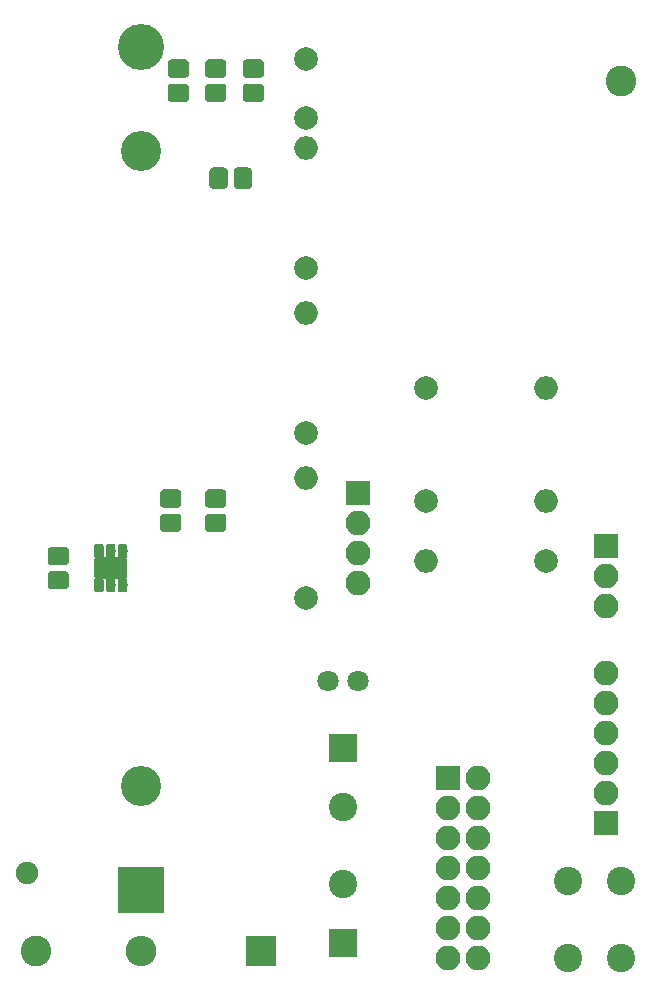
<source format=gbs>
G04 #@! TF.GenerationSoftware,KiCad,Pcbnew,(5.0.0-3-g5ebb6b6)*
G04 #@! TF.CreationDate,2018-08-02T21:25:15+02:00*
G04 #@! TF.ProjectId,esp32-sensornode,65737033322D73656E736F726E6F6465,rev?*
G04 #@! TF.SameCoordinates,Original*
G04 #@! TF.FileFunction,Soldermask,Bot*
G04 #@! TF.FilePolarity,Negative*
%FSLAX46Y46*%
G04 Gerber Fmt 4.6, Leading zero omitted, Abs format (unit mm)*
G04 Created by KiCad (PCBNEW (5.0.0-3-g5ebb6b6)) date Thursday, 02 August 2018 at 21:25:15*
%MOMM*%
%LPD*%
G01*
G04 APERTURE LIST*
%ADD10C,2.600000*%
%ADD11C,3.900000*%
%ADD12R,3.900000X3.900000*%
%ADD13C,3.400000*%
%ADD14C,1.900000*%
%ADD15C,1.800000*%
%ADD16R,2.600000X2.600000*%
%ADD17O,2.600000X2.600000*%
%ADD18R,2.100000X2.100000*%
%ADD19O,2.100000X2.100000*%
%ADD20C,2.000000*%
%ADD21O,2.000000X2.000000*%
%ADD22C,0.100000*%
%ADD23C,0.800000*%
%ADD24C,2.400000*%
%ADD25C,1.550000*%
%ADD26R,2.400000X2.400000*%
G04 APERTURE END LIST*
D10*
G04 #@! TO.C,REF\002A\002A*
X180340000Y-130175000D03*
G04 #@! TD*
G04 #@! TO.C,REF\002A\002A*
X229870000Y-56515000D03*
G04 #@! TD*
D11*
G04 #@! TO.C,BT1*
X189280000Y-53650000D03*
D12*
X189280000Y-125050000D03*
D13*
X189280000Y-116200000D03*
X189280000Y-62500000D03*
D14*
X179580000Y-123600000D03*
G04 #@! TD*
D15*
G04 #@! TO.C,C3*
X205105000Y-107315000D03*
X207605000Y-107315000D03*
G04 #@! TD*
D16*
G04 #@! TO.C,D1*
X199390000Y-130175000D03*
D17*
X189230000Y-130175000D03*
G04 #@! TD*
D18*
G04 #@! TO.C,J2*
X228600000Y-119380000D03*
D19*
X228600000Y-116840000D03*
X228600000Y-114300000D03*
X228600000Y-111760000D03*
X228600000Y-109220000D03*
X228600000Y-106680000D03*
G04 #@! TD*
D18*
G04 #@! TO.C,J3*
X207645000Y-91440000D03*
D19*
X207645000Y-93980000D03*
X207645000Y-96520000D03*
X207645000Y-99060000D03*
G04 #@! TD*
D18*
G04 #@! TO.C,J4*
X228600000Y-95885000D03*
D19*
X228600000Y-98425000D03*
X228600000Y-100965000D03*
G04 #@! TD*
D20*
G04 #@! TO.C,R1*
X203200000Y-72390000D03*
D21*
X203200000Y-62230000D03*
G04 #@! TD*
G04 #@! TO.C,R2*
X223520000Y-82550000D03*
D20*
X213360000Y-82550000D03*
G04 #@! TD*
D21*
G04 #@! TO.C,R3*
X223520000Y-92075000D03*
D20*
X213360000Y-92075000D03*
G04 #@! TD*
G04 #@! TO.C,R6*
X203200000Y-100330000D03*
D21*
X203200000Y-90170000D03*
G04 #@! TD*
D20*
G04 #@! TO.C,R7*
X203200000Y-86360000D03*
D21*
X203200000Y-76200000D03*
G04 #@! TD*
D22*
G04 #@! TO.C,U2*
G36*
X187804372Y-96841525D02*
X187835112Y-96846085D01*
X187865257Y-96853636D01*
X187894516Y-96864105D01*
X187922609Y-96877392D01*
X187949264Y-96893368D01*
X187974224Y-96911880D01*
X187997250Y-96932750D01*
X188018120Y-96955776D01*
X188036632Y-96980736D01*
X188052608Y-97007391D01*
X188065895Y-97035484D01*
X188076364Y-97064743D01*
X188083915Y-97094888D01*
X188088475Y-97125628D01*
X188090000Y-97156667D01*
X188090000Y-98423333D01*
X188088475Y-98454372D01*
X188083915Y-98485112D01*
X188076364Y-98515257D01*
X188065895Y-98544516D01*
X188052608Y-98572609D01*
X188036632Y-98599264D01*
X188018120Y-98624224D01*
X187997250Y-98647250D01*
X187974224Y-98668120D01*
X187949264Y-98686632D01*
X187922609Y-98702608D01*
X187894516Y-98715895D01*
X187865257Y-98726364D01*
X187835112Y-98733915D01*
X187804372Y-98738475D01*
X187773333Y-98740000D01*
X185606667Y-98740000D01*
X185575628Y-98738475D01*
X185544888Y-98733915D01*
X185514743Y-98726364D01*
X185485484Y-98715895D01*
X185457391Y-98702608D01*
X185430736Y-98686632D01*
X185405776Y-98668120D01*
X185382750Y-98647250D01*
X185361880Y-98624224D01*
X185343368Y-98599264D01*
X185327392Y-98572609D01*
X185314105Y-98544516D01*
X185303636Y-98515257D01*
X185296085Y-98485112D01*
X185291525Y-98454372D01*
X185290000Y-98423333D01*
X185290000Y-97156667D01*
X185291525Y-97125628D01*
X185296085Y-97094888D01*
X185303636Y-97064743D01*
X185314105Y-97035484D01*
X185327392Y-97007391D01*
X185343368Y-96980736D01*
X185361880Y-96955776D01*
X185382750Y-96932750D01*
X185405776Y-96911880D01*
X185430736Y-96893368D01*
X185457391Y-96877392D01*
X185485484Y-96864105D01*
X185514743Y-96853636D01*
X185544888Y-96846085D01*
X185575628Y-96841525D01*
X185606667Y-96840000D01*
X187773333Y-96840000D01*
X187804372Y-96841525D01*
X187804372Y-96841525D01*
G37*
D14*
X186690000Y-97790000D03*
D22*
G36*
X187909603Y-98640963D02*
X187929018Y-98643843D01*
X187948057Y-98648612D01*
X187966537Y-98655224D01*
X187984279Y-98663616D01*
X188001114Y-98673706D01*
X188016879Y-98685398D01*
X188031421Y-98698579D01*
X188044602Y-98713121D01*
X188056294Y-98728886D01*
X188066384Y-98745721D01*
X188074776Y-98763463D01*
X188081388Y-98781943D01*
X188086157Y-98800982D01*
X188089037Y-98820397D01*
X188090000Y-98840000D01*
X188090000Y-99640000D01*
X188089037Y-99659603D01*
X188086157Y-99679018D01*
X188081388Y-99698057D01*
X188074776Y-99716537D01*
X188066384Y-99734279D01*
X188056294Y-99751114D01*
X188044602Y-99766879D01*
X188031421Y-99781421D01*
X188016879Y-99794602D01*
X188001114Y-99806294D01*
X187984279Y-99816384D01*
X187966537Y-99824776D01*
X187948057Y-99831388D01*
X187929018Y-99836157D01*
X187909603Y-99839037D01*
X187890000Y-99840000D01*
X187490000Y-99840000D01*
X187470397Y-99839037D01*
X187450982Y-99836157D01*
X187431943Y-99831388D01*
X187413463Y-99824776D01*
X187395721Y-99816384D01*
X187378886Y-99806294D01*
X187363121Y-99794602D01*
X187348579Y-99781421D01*
X187335398Y-99766879D01*
X187323706Y-99751114D01*
X187313616Y-99734279D01*
X187305224Y-99716537D01*
X187298612Y-99698057D01*
X187293843Y-99679018D01*
X187290963Y-99659603D01*
X187290000Y-99640000D01*
X187290000Y-98840000D01*
X187290963Y-98820397D01*
X187293843Y-98800982D01*
X187298612Y-98781943D01*
X187305224Y-98763463D01*
X187313616Y-98745721D01*
X187323706Y-98728886D01*
X187335398Y-98713121D01*
X187348579Y-98698579D01*
X187363121Y-98685398D01*
X187378886Y-98673706D01*
X187395721Y-98663616D01*
X187413463Y-98655224D01*
X187431943Y-98648612D01*
X187450982Y-98643843D01*
X187470397Y-98640963D01*
X187490000Y-98640000D01*
X187890000Y-98640000D01*
X187909603Y-98640963D01*
X187909603Y-98640963D01*
G37*
D23*
X187690000Y-99240000D03*
D22*
G36*
X186909603Y-98640963D02*
X186929018Y-98643843D01*
X186948057Y-98648612D01*
X186966537Y-98655224D01*
X186984279Y-98663616D01*
X187001114Y-98673706D01*
X187016879Y-98685398D01*
X187031421Y-98698579D01*
X187044602Y-98713121D01*
X187056294Y-98728886D01*
X187066384Y-98745721D01*
X187074776Y-98763463D01*
X187081388Y-98781943D01*
X187086157Y-98800982D01*
X187089037Y-98820397D01*
X187090000Y-98840000D01*
X187090000Y-99640000D01*
X187089037Y-99659603D01*
X187086157Y-99679018D01*
X187081388Y-99698057D01*
X187074776Y-99716537D01*
X187066384Y-99734279D01*
X187056294Y-99751114D01*
X187044602Y-99766879D01*
X187031421Y-99781421D01*
X187016879Y-99794602D01*
X187001114Y-99806294D01*
X186984279Y-99816384D01*
X186966537Y-99824776D01*
X186948057Y-99831388D01*
X186929018Y-99836157D01*
X186909603Y-99839037D01*
X186890000Y-99840000D01*
X186490000Y-99840000D01*
X186470397Y-99839037D01*
X186450982Y-99836157D01*
X186431943Y-99831388D01*
X186413463Y-99824776D01*
X186395721Y-99816384D01*
X186378886Y-99806294D01*
X186363121Y-99794602D01*
X186348579Y-99781421D01*
X186335398Y-99766879D01*
X186323706Y-99751114D01*
X186313616Y-99734279D01*
X186305224Y-99716537D01*
X186298612Y-99698057D01*
X186293843Y-99679018D01*
X186290963Y-99659603D01*
X186290000Y-99640000D01*
X186290000Y-98840000D01*
X186290963Y-98820397D01*
X186293843Y-98800982D01*
X186298612Y-98781943D01*
X186305224Y-98763463D01*
X186313616Y-98745721D01*
X186323706Y-98728886D01*
X186335398Y-98713121D01*
X186348579Y-98698579D01*
X186363121Y-98685398D01*
X186378886Y-98673706D01*
X186395721Y-98663616D01*
X186413463Y-98655224D01*
X186431943Y-98648612D01*
X186450982Y-98643843D01*
X186470397Y-98640963D01*
X186490000Y-98640000D01*
X186890000Y-98640000D01*
X186909603Y-98640963D01*
X186909603Y-98640963D01*
G37*
D23*
X186690000Y-99240000D03*
D22*
G36*
X185909603Y-98640963D02*
X185929018Y-98643843D01*
X185948057Y-98648612D01*
X185966537Y-98655224D01*
X185984279Y-98663616D01*
X186001114Y-98673706D01*
X186016879Y-98685398D01*
X186031421Y-98698579D01*
X186044602Y-98713121D01*
X186056294Y-98728886D01*
X186066384Y-98745721D01*
X186074776Y-98763463D01*
X186081388Y-98781943D01*
X186086157Y-98800982D01*
X186089037Y-98820397D01*
X186090000Y-98840000D01*
X186090000Y-99640000D01*
X186089037Y-99659603D01*
X186086157Y-99679018D01*
X186081388Y-99698057D01*
X186074776Y-99716537D01*
X186066384Y-99734279D01*
X186056294Y-99751114D01*
X186044602Y-99766879D01*
X186031421Y-99781421D01*
X186016879Y-99794602D01*
X186001114Y-99806294D01*
X185984279Y-99816384D01*
X185966537Y-99824776D01*
X185948057Y-99831388D01*
X185929018Y-99836157D01*
X185909603Y-99839037D01*
X185890000Y-99840000D01*
X185490000Y-99840000D01*
X185470397Y-99839037D01*
X185450982Y-99836157D01*
X185431943Y-99831388D01*
X185413463Y-99824776D01*
X185395721Y-99816384D01*
X185378886Y-99806294D01*
X185363121Y-99794602D01*
X185348579Y-99781421D01*
X185335398Y-99766879D01*
X185323706Y-99751114D01*
X185313616Y-99734279D01*
X185305224Y-99716537D01*
X185298612Y-99698057D01*
X185293843Y-99679018D01*
X185290963Y-99659603D01*
X185290000Y-99640000D01*
X185290000Y-98840000D01*
X185290963Y-98820397D01*
X185293843Y-98800982D01*
X185298612Y-98781943D01*
X185305224Y-98763463D01*
X185313616Y-98745721D01*
X185323706Y-98728886D01*
X185335398Y-98713121D01*
X185348579Y-98698579D01*
X185363121Y-98685398D01*
X185378886Y-98673706D01*
X185395721Y-98663616D01*
X185413463Y-98655224D01*
X185431943Y-98648612D01*
X185450982Y-98643843D01*
X185470397Y-98640963D01*
X185490000Y-98640000D01*
X185890000Y-98640000D01*
X185909603Y-98640963D01*
X185909603Y-98640963D01*
G37*
D23*
X185690000Y-99240000D03*
D22*
G36*
X185909603Y-95740963D02*
X185929018Y-95743843D01*
X185948057Y-95748612D01*
X185966537Y-95755224D01*
X185984279Y-95763616D01*
X186001114Y-95773706D01*
X186016879Y-95785398D01*
X186031421Y-95798579D01*
X186044602Y-95813121D01*
X186056294Y-95828886D01*
X186066384Y-95845721D01*
X186074776Y-95863463D01*
X186081388Y-95881943D01*
X186086157Y-95900982D01*
X186089037Y-95920397D01*
X186090000Y-95940000D01*
X186090000Y-96740000D01*
X186089037Y-96759603D01*
X186086157Y-96779018D01*
X186081388Y-96798057D01*
X186074776Y-96816537D01*
X186066384Y-96834279D01*
X186056294Y-96851114D01*
X186044602Y-96866879D01*
X186031421Y-96881421D01*
X186016879Y-96894602D01*
X186001114Y-96906294D01*
X185984279Y-96916384D01*
X185966537Y-96924776D01*
X185948057Y-96931388D01*
X185929018Y-96936157D01*
X185909603Y-96939037D01*
X185890000Y-96940000D01*
X185490000Y-96940000D01*
X185470397Y-96939037D01*
X185450982Y-96936157D01*
X185431943Y-96931388D01*
X185413463Y-96924776D01*
X185395721Y-96916384D01*
X185378886Y-96906294D01*
X185363121Y-96894602D01*
X185348579Y-96881421D01*
X185335398Y-96866879D01*
X185323706Y-96851114D01*
X185313616Y-96834279D01*
X185305224Y-96816537D01*
X185298612Y-96798057D01*
X185293843Y-96779018D01*
X185290963Y-96759603D01*
X185290000Y-96740000D01*
X185290000Y-95940000D01*
X185290963Y-95920397D01*
X185293843Y-95900982D01*
X185298612Y-95881943D01*
X185305224Y-95863463D01*
X185313616Y-95845721D01*
X185323706Y-95828886D01*
X185335398Y-95813121D01*
X185348579Y-95798579D01*
X185363121Y-95785398D01*
X185378886Y-95773706D01*
X185395721Y-95763616D01*
X185413463Y-95755224D01*
X185431943Y-95748612D01*
X185450982Y-95743843D01*
X185470397Y-95740963D01*
X185490000Y-95740000D01*
X185890000Y-95740000D01*
X185909603Y-95740963D01*
X185909603Y-95740963D01*
G37*
D23*
X185690000Y-96340000D03*
D22*
G36*
X186909603Y-95740963D02*
X186929018Y-95743843D01*
X186948057Y-95748612D01*
X186966537Y-95755224D01*
X186984279Y-95763616D01*
X187001114Y-95773706D01*
X187016879Y-95785398D01*
X187031421Y-95798579D01*
X187044602Y-95813121D01*
X187056294Y-95828886D01*
X187066384Y-95845721D01*
X187074776Y-95863463D01*
X187081388Y-95881943D01*
X187086157Y-95900982D01*
X187089037Y-95920397D01*
X187090000Y-95940000D01*
X187090000Y-96740000D01*
X187089037Y-96759603D01*
X187086157Y-96779018D01*
X187081388Y-96798057D01*
X187074776Y-96816537D01*
X187066384Y-96834279D01*
X187056294Y-96851114D01*
X187044602Y-96866879D01*
X187031421Y-96881421D01*
X187016879Y-96894602D01*
X187001114Y-96906294D01*
X186984279Y-96916384D01*
X186966537Y-96924776D01*
X186948057Y-96931388D01*
X186929018Y-96936157D01*
X186909603Y-96939037D01*
X186890000Y-96940000D01*
X186490000Y-96940000D01*
X186470397Y-96939037D01*
X186450982Y-96936157D01*
X186431943Y-96931388D01*
X186413463Y-96924776D01*
X186395721Y-96916384D01*
X186378886Y-96906294D01*
X186363121Y-96894602D01*
X186348579Y-96881421D01*
X186335398Y-96866879D01*
X186323706Y-96851114D01*
X186313616Y-96834279D01*
X186305224Y-96816537D01*
X186298612Y-96798057D01*
X186293843Y-96779018D01*
X186290963Y-96759603D01*
X186290000Y-96740000D01*
X186290000Y-95940000D01*
X186290963Y-95920397D01*
X186293843Y-95900982D01*
X186298612Y-95881943D01*
X186305224Y-95863463D01*
X186313616Y-95845721D01*
X186323706Y-95828886D01*
X186335398Y-95813121D01*
X186348579Y-95798579D01*
X186363121Y-95785398D01*
X186378886Y-95773706D01*
X186395721Y-95763616D01*
X186413463Y-95755224D01*
X186431943Y-95748612D01*
X186450982Y-95743843D01*
X186470397Y-95740963D01*
X186490000Y-95740000D01*
X186890000Y-95740000D01*
X186909603Y-95740963D01*
X186909603Y-95740963D01*
G37*
D23*
X186690000Y-96340000D03*
D22*
G36*
X187909603Y-95740963D02*
X187929018Y-95743843D01*
X187948057Y-95748612D01*
X187966537Y-95755224D01*
X187984279Y-95763616D01*
X188001114Y-95773706D01*
X188016879Y-95785398D01*
X188031421Y-95798579D01*
X188044602Y-95813121D01*
X188056294Y-95828886D01*
X188066384Y-95845721D01*
X188074776Y-95863463D01*
X188081388Y-95881943D01*
X188086157Y-95900982D01*
X188089037Y-95920397D01*
X188090000Y-95940000D01*
X188090000Y-96740000D01*
X188089037Y-96759603D01*
X188086157Y-96779018D01*
X188081388Y-96798057D01*
X188074776Y-96816537D01*
X188066384Y-96834279D01*
X188056294Y-96851114D01*
X188044602Y-96866879D01*
X188031421Y-96881421D01*
X188016879Y-96894602D01*
X188001114Y-96906294D01*
X187984279Y-96916384D01*
X187966537Y-96924776D01*
X187948057Y-96931388D01*
X187929018Y-96936157D01*
X187909603Y-96939037D01*
X187890000Y-96940000D01*
X187490000Y-96940000D01*
X187470397Y-96939037D01*
X187450982Y-96936157D01*
X187431943Y-96931388D01*
X187413463Y-96924776D01*
X187395721Y-96916384D01*
X187378886Y-96906294D01*
X187363121Y-96894602D01*
X187348579Y-96881421D01*
X187335398Y-96866879D01*
X187323706Y-96851114D01*
X187313616Y-96834279D01*
X187305224Y-96816537D01*
X187298612Y-96798057D01*
X187293843Y-96779018D01*
X187290963Y-96759603D01*
X187290000Y-96740000D01*
X187290000Y-95940000D01*
X187290963Y-95920397D01*
X187293843Y-95900982D01*
X187298612Y-95881943D01*
X187305224Y-95863463D01*
X187313616Y-95845721D01*
X187323706Y-95828886D01*
X187335398Y-95813121D01*
X187348579Y-95798579D01*
X187363121Y-95785398D01*
X187378886Y-95773706D01*
X187395721Y-95763616D01*
X187413463Y-95755224D01*
X187431943Y-95748612D01*
X187450982Y-95743843D01*
X187470397Y-95740963D01*
X187490000Y-95740000D01*
X187890000Y-95740000D01*
X187909603Y-95740963D01*
X187909603Y-95740963D01*
G37*
D23*
X187690000Y-96340000D03*
G04 #@! TD*
D24*
G04 #@! TO.C,SW1*
X229925000Y-130810000D03*
X225425000Y-130810000D03*
X229925000Y-124310000D03*
X225425000Y-124310000D03*
G04 #@! TD*
D20*
G04 #@! TO.C,R8*
X223520000Y-97155000D03*
D21*
X213360000Y-97155000D03*
G04 #@! TD*
D22*
G04 #@! TO.C,C4*
G36*
X198346071Y-63871623D02*
X198378781Y-63876475D01*
X198410857Y-63884509D01*
X198441991Y-63895649D01*
X198471884Y-63909787D01*
X198500247Y-63926787D01*
X198526807Y-63946485D01*
X198551308Y-63968692D01*
X198573515Y-63993193D01*
X198593213Y-64019753D01*
X198610213Y-64048116D01*
X198624351Y-64078009D01*
X198635491Y-64109143D01*
X198643525Y-64141219D01*
X198648377Y-64173929D01*
X198650000Y-64206956D01*
X198650000Y-65333044D01*
X198648377Y-65366071D01*
X198643525Y-65398781D01*
X198635491Y-65430857D01*
X198624351Y-65461991D01*
X198610213Y-65491884D01*
X198593213Y-65520247D01*
X198573515Y-65546807D01*
X198551308Y-65571308D01*
X198526807Y-65593515D01*
X198500247Y-65613213D01*
X198471884Y-65630213D01*
X198441991Y-65644351D01*
X198410857Y-65655491D01*
X198378781Y-65663525D01*
X198346071Y-65668377D01*
X198313044Y-65670000D01*
X197436956Y-65670000D01*
X197403929Y-65668377D01*
X197371219Y-65663525D01*
X197339143Y-65655491D01*
X197308009Y-65644351D01*
X197278116Y-65630213D01*
X197249753Y-65613213D01*
X197223193Y-65593515D01*
X197198692Y-65571308D01*
X197176485Y-65546807D01*
X197156787Y-65520247D01*
X197139787Y-65491884D01*
X197125649Y-65461991D01*
X197114509Y-65430857D01*
X197106475Y-65398781D01*
X197101623Y-65366071D01*
X197100000Y-65333044D01*
X197100000Y-64206956D01*
X197101623Y-64173929D01*
X197106475Y-64141219D01*
X197114509Y-64109143D01*
X197125649Y-64078009D01*
X197139787Y-64048116D01*
X197156787Y-64019753D01*
X197176485Y-63993193D01*
X197198692Y-63968692D01*
X197223193Y-63946485D01*
X197249753Y-63926787D01*
X197278116Y-63909787D01*
X197308009Y-63895649D01*
X197339143Y-63884509D01*
X197371219Y-63876475D01*
X197403929Y-63871623D01*
X197436956Y-63870000D01*
X198313044Y-63870000D01*
X198346071Y-63871623D01*
X198346071Y-63871623D01*
G37*
D25*
X197875000Y-64770000D03*
D22*
G36*
X196296071Y-63871623D02*
X196328781Y-63876475D01*
X196360857Y-63884509D01*
X196391991Y-63895649D01*
X196421884Y-63909787D01*
X196450247Y-63926787D01*
X196476807Y-63946485D01*
X196501308Y-63968692D01*
X196523515Y-63993193D01*
X196543213Y-64019753D01*
X196560213Y-64048116D01*
X196574351Y-64078009D01*
X196585491Y-64109143D01*
X196593525Y-64141219D01*
X196598377Y-64173929D01*
X196600000Y-64206956D01*
X196600000Y-65333044D01*
X196598377Y-65366071D01*
X196593525Y-65398781D01*
X196585491Y-65430857D01*
X196574351Y-65461991D01*
X196560213Y-65491884D01*
X196543213Y-65520247D01*
X196523515Y-65546807D01*
X196501308Y-65571308D01*
X196476807Y-65593515D01*
X196450247Y-65613213D01*
X196421884Y-65630213D01*
X196391991Y-65644351D01*
X196360857Y-65655491D01*
X196328781Y-65663525D01*
X196296071Y-65668377D01*
X196263044Y-65670000D01*
X195386956Y-65670000D01*
X195353929Y-65668377D01*
X195321219Y-65663525D01*
X195289143Y-65655491D01*
X195258009Y-65644351D01*
X195228116Y-65630213D01*
X195199753Y-65613213D01*
X195173193Y-65593515D01*
X195148692Y-65571308D01*
X195126485Y-65546807D01*
X195106787Y-65520247D01*
X195089787Y-65491884D01*
X195075649Y-65461991D01*
X195064509Y-65430857D01*
X195056475Y-65398781D01*
X195051623Y-65366071D01*
X195050000Y-65333044D01*
X195050000Y-64206956D01*
X195051623Y-64173929D01*
X195056475Y-64141219D01*
X195064509Y-64109143D01*
X195075649Y-64078009D01*
X195089787Y-64048116D01*
X195106787Y-64019753D01*
X195126485Y-63993193D01*
X195148692Y-63968692D01*
X195173193Y-63946485D01*
X195199753Y-63926787D01*
X195228116Y-63909787D01*
X195258009Y-63895649D01*
X195289143Y-63884509D01*
X195321219Y-63876475D01*
X195353929Y-63871623D01*
X195386956Y-63870000D01*
X196263044Y-63870000D01*
X196296071Y-63871623D01*
X196296071Y-63871623D01*
G37*
D25*
X195825000Y-64770000D03*
G04 #@! TD*
D22*
G04 #@! TO.C,C2*
G36*
X182841071Y-95991623D02*
X182873781Y-95996475D01*
X182905857Y-96004509D01*
X182936991Y-96015649D01*
X182966884Y-96029787D01*
X182995247Y-96046787D01*
X183021807Y-96066485D01*
X183046308Y-96088692D01*
X183068515Y-96113193D01*
X183088213Y-96139753D01*
X183105213Y-96168116D01*
X183119351Y-96198009D01*
X183130491Y-96229143D01*
X183138525Y-96261219D01*
X183143377Y-96293929D01*
X183145000Y-96326956D01*
X183145000Y-97203044D01*
X183143377Y-97236071D01*
X183138525Y-97268781D01*
X183130491Y-97300857D01*
X183119351Y-97331991D01*
X183105213Y-97361884D01*
X183088213Y-97390247D01*
X183068515Y-97416807D01*
X183046308Y-97441308D01*
X183021807Y-97463515D01*
X182995247Y-97483213D01*
X182966884Y-97500213D01*
X182936991Y-97514351D01*
X182905857Y-97525491D01*
X182873781Y-97533525D01*
X182841071Y-97538377D01*
X182808044Y-97540000D01*
X181681956Y-97540000D01*
X181648929Y-97538377D01*
X181616219Y-97533525D01*
X181584143Y-97525491D01*
X181553009Y-97514351D01*
X181523116Y-97500213D01*
X181494753Y-97483213D01*
X181468193Y-97463515D01*
X181443692Y-97441308D01*
X181421485Y-97416807D01*
X181401787Y-97390247D01*
X181384787Y-97361884D01*
X181370649Y-97331991D01*
X181359509Y-97300857D01*
X181351475Y-97268781D01*
X181346623Y-97236071D01*
X181345000Y-97203044D01*
X181345000Y-96326956D01*
X181346623Y-96293929D01*
X181351475Y-96261219D01*
X181359509Y-96229143D01*
X181370649Y-96198009D01*
X181384787Y-96168116D01*
X181401787Y-96139753D01*
X181421485Y-96113193D01*
X181443692Y-96088692D01*
X181468193Y-96066485D01*
X181494753Y-96046787D01*
X181523116Y-96029787D01*
X181553009Y-96015649D01*
X181584143Y-96004509D01*
X181616219Y-95996475D01*
X181648929Y-95991623D01*
X181681956Y-95990000D01*
X182808044Y-95990000D01*
X182841071Y-95991623D01*
X182841071Y-95991623D01*
G37*
D25*
X182245000Y-96765000D03*
D22*
G36*
X182841071Y-98041623D02*
X182873781Y-98046475D01*
X182905857Y-98054509D01*
X182936991Y-98065649D01*
X182966884Y-98079787D01*
X182995247Y-98096787D01*
X183021807Y-98116485D01*
X183046308Y-98138692D01*
X183068515Y-98163193D01*
X183088213Y-98189753D01*
X183105213Y-98218116D01*
X183119351Y-98248009D01*
X183130491Y-98279143D01*
X183138525Y-98311219D01*
X183143377Y-98343929D01*
X183145000Y-98376956D01*
X183145000Y-99253044D01*
X183143377Y-99286071D01*
X183138525Y-99318781D01*
X183130491Y-99350857D01*
X183119351Y-99381991D01*
X183105213Y-99411884D01*
X183088213Y-99440247D01*
X183068515Y-99466807D01*
X183046308Y-99491308D01*
X183021807Y-99513515D01*
X182995247Y-99533213D01*
X182966884Y-99550213D01*
X182936991Y-99564351D01*
X182905857Y-99575491D01*
X182873781Y-99583525D01*
X182841071Y-99588377D01*
X182808044Y-99590000D01*
X181681956Y-99590000D01*
X181648929Y-99588377D01*
X181616219Y-99583525D01*
X181584143Y-99575491D01*
X181553009Y-99564351D01*
X181523116Y-99550213D01*
X181494753Y-99533213D01*
X181468193Y-99513515D01*
X181443692Y-99491308D01*
X181421485Y-99466807D01*
X181401787Y-99440247D01*
X181384787Y-99411884D01*
X181370649Y-99381991D01*
X181359509Y-99350857D01*
X181351475Y-99318781D01*
X181346623Y-99286071D01*
X181345000Y-99253044D01*
X181345000Y-98376956D01*
X181346623Y-98343929D01*
X181351475Y-98311219D01*
X181359509Y-98279143D01*
X181370649Y-98248009D01*
X181384787Y-98218116D01*
X181401787Y-98189753D01*
X181421485Y-98163193D01*
X181443692Y-98138692D01*
X181468193Y-98116485D01*
X181494753Y-98096787D01*
X181523116Y-98079787D01*
X181553009Y-98065649D01*
X181584143Y-98054509D01*
X181616219Y-98046475D01*
X181648929Y-98041623D01*
X181681956Y-98040000D01*
X182808044Y-98040000D01*
X182841071Y-98041623D01*
X182841071Y-98041623D01*
G37*
D25*
X182245000Y-98815000D03*
G04 #@! TD*
D18*
G04 #@! TO.C,J1*
X215265000Y-115570000D03*
D19*
X217805000Y-115570000D03*
X215265000Y-118110000D03*
X217805000Y-118110000D03*
X215265000Y-120650000D03*
X217805000Y-120650000D03*
X215265000Y-123190000D03*
X217805000Y-123190000D03*
X215265000Y-125730000D03*
X217805000Y-125730000D03*
X215265000Y-128270000D03*
X217805000Y-128270000D03*
X215265000Y-130810000D03*
X217805000Y-130810000D03*
G04 #@! TD*
D22*
G04 #@! TO.C,R4*
G36*
X192366071Y-93179123D02*
X192398781Y-93183975D01*
X192430857Y-93192009D01*
X192461991Y-93203149D01*
X192491884Y-93217287D01*
X192520247Y-93234287D01*
X192546807Y-93253985D01*
X192571308Y-93276192D01*
X192593515Y-93300693D01*
X192613213Y-93327253D01*
X192630213Y-93355616D01*
X192644351Y-93385509D01*
X192655491Y-93416643D01*
X192663525Y-93448719D01*
X192668377Y-93481429D01*
X192670000Y-93514456D01*
X192670000Y-94390544D01*
X192668377Y-94423571D01*
X192663525Y-94456281D01*
X192655491Y-94488357D01*
X192644351Y-94519491D01*
X192630213Y-94549384D01*
X192613213Y-94577747D01*
X192593515Y-94604307D01*
X192571308Y-94628808D01*
X192546807Y-94651015D01*
X192520247Y-94670713D01*
X192491884Y-94687713D01*
X192461991Y-94701851D01*
X192430857Y-94712991D01*
X192398781Y-94721025D01*
X192366071Y-94725877D01*
X192333044Y-94727500D01*
X191206956Y-94727500D01*
X191173929Y-94725877D01*
X191141219Y-94721025D01*
X191109143Y-94712991D01*
X191078009Y-94701851D01*
X191048116Y-94687713D01*
X191019753Y-94670713D01*
X190993193Y-94651015D01*
X190968692Y-94628808D01*
X190946485Y-94604307D01*
X190926787Y-94577747D01*
X190909787Y-94549384D01*
X190895649Y-94519491D01*
X190884509Y-94488357D01*
X190876475Y-94456281D01*
X190871623Y-94423571D01*
X190870000Y-94390544D01*
X190870000Y-93514456D01*
X190871623Y-93481429D01*
X190876475Y-93448719D01*
X190884509Y-93416643D01*
X190895649Y-93385509D01*
X190909787Y-93355616D01*
X190926787Y-93327253D01*
X190946485Y-93300693D01*
X190968692Y-93276192D01*
X190993193Y-93253985D01*
X191019753Y-93234287D01*
X191048116Y-93217287D01*
X191078009Y-93203149D01*
X191109143Y-93192009D01*
X191141219Y-93183975D01*
X191173929Y-93179123D01*
X191206956Y-93177500D01*
X192333044Y-93177500D01*
X192366071Y-93179123D01*
X192366071Y-93179123D01*
G37*
D25*
X191770000Y-93952500D03*
D22*
G36*
X192366071Y-91129123D02*
X192398781Y-91133975D01*
X192430857Y-91142009D01*
X192461991Y-91153149D01*
X192491884Y-91167287D01*
X192520247Y-91184287D01*
X192546807Y-91203985D01*
X192571308Y-91226192D01*
X192593515Y-91250693D01*
X192613213Y-91277253D01*
X192630213Y-91305616D01*
X192644351Y-91335509D01*
X192655491Y-91366643D01*
X192663525Y-91398719D01*
X192668377Y-91431429D01*
X192670000Y-91464456D01*
X192670000Y-92340544D01*
X192668377Y-92373571D01*
X192663525Y-92406281D01*
X192655491Y-92438357D01*
X192644351Y-92469491D01*
X192630213Y-92499384D01*
X192613213Y-92527747D01*
X192593515Y-92554307D01*
X192571308Y-92578808D01*
X192546807Y-92601015D01*
X192520247Y-92620713D01*
X192491884Y-92637713D01*
X192461991Y-92651851D01*
X192430857Y-92662991D01*
X192398781Y-92671025D01*
X192366071Y-92675877D01*
X192333044Y-92677500D01*
X191206956Y-92677500D01*
X191173929Y-92675877D01*
X191141219Y-92671025D01*
X191109143Y-92662991D01*
X191078009Y-92651851D01*
X191048116Y-92637713D01*
X191019753Y-92620713D01*
X190993193Y-92601015D01*
X190968692Y-92578808D01*
X190946485Y-92554307D01*
X190926787Y-92527747D01*
X190909787Y-92499384D01*
X190895649Y-92469491D01*
X190884509Y-92438357D01*
X190876475Y-92406281D01*
X190871623Y-92373571D01*
X190870000Y-92340544D01*
X190870000Y-91464456D01*
X190871623Y-91431429D01*
X190876475Y-91398719D01*
X190884509Y-91366643D01*
X190895649Y-91335509D01*
X190909787Y-91305616D01*
X190926787Y-91277253D01*
X190946485Y-91250693D01*
X190968692Y-91226192D01*
X190993193Y-91203985D01*
X191019753Y-91184287D01*
X191048116Y-91167287D01*
X191078009Y-91153149D01*
X191109143Y-91142009D01*
X191141219Y-91133975D01*
X191173929Y-91129123D01*
X191206956Y-91127500D01*
X192333044Y-91127500D01*
X192366071Y-91129123D01*
X192366071Y-91129123D01*
G37*
D25*
X191770000Y-91902500D03*
G04 #@! TD*
D22*
G04 #@! TO.C,R5*
G36*
X196176071Y-91129123D02*
X196208781Y-91133975D01*
X196240857Y-91142009D01*
X196271991Y-91153149D01*
X196301884Y-91167287D01*
X196330247Y-91184287D01*
X196356807Y-91203985D01*
X196381308Y-91226192D01*
X196403515Y-91250693D01*
X196423213Y-91277253D01*
X196440213Y-91305616D01*
X196454351Y-91335509D01*
X196465491Y-91366643D01*
X196473525Y-91398719D01*
X196478377Y-91431429D01*
X196480000Y-91464456D01*
X196480000Y-92340544D01*
X196478377Y-92373571D01*
X196473525Y-92406281D01*
X196465491Y-92438357D01*
X196454351Y-92469491D01*
X196440213Y-92499384D01*
X196423213Y-92527747D01*
X196403515Y-92554307D01*
X196381308Y-92578808D01*
X196356807Y-92601015D01*
X196330247Y-92620713D01*
X196301884Y-92637713D01*
X196271991Y-92651851D01*
X196240857Y-92662991D01*
X196208781Y-92671025D01*
X196176071Y-92675877D01*
X196143044Y-92677500D01*
X195016956Y-92677500D01*
X194983929Y-92675877D01*
X194951219Y-92671025D01*
X194919143Y-92662991D01*
X194888009Y-92651851D01*
X194858116Y-92637713D01*
X194829753Y-92620713D01*
X194803193Y-92601015D01*
X194778692Y-92578808D01*
X194756485Y-92554307D01*
X194736787Y-92527747D01*
X194719787Y-92499384D01*
X194705649Y-92469491D01*
X194694509Y-92438357D01*
X194686475Y-92406281D01*
X194681623Y-92373571D01*
X194680000Y-92340544D01*
X194680000Y-91464456D01*
X194681623Y-91431429D01*
X194686475Y-91398719D01*
X194694509Y-91366643D01*
X194705649Y-91335509D01*
X194719787Y-91305616D01*
X194736787Y-91277253D01*
X194756485Y-91250693D01*
X194778692Y-91226192D01*
X194803193Y-91203985D01*
X194829753Y-91184287D01*
X194858116Y-91167287D01*
X194888009Y-91153149D01*
X194919143Y-91142009D01*
X194951219Y-91133975D01*
X194983929Y-91129123D01*
X195016956Y-91127500D01*
X196143044Y-91127500D01*
X196176071Y-91129123D01*
X196176071Y-91129123D01*
G37*
D25*
X195580000Y-91902500D03*
D22*
G36*
X196176071Y-93179123D02*
X196208781Y-93183975D01*
X196240857Y-93192009D01*
X196271991Y-93203149D01*
X196301884Y-93217287D01*
X196330247Y-93234287D01*
X196356807Y-93253985D01*
X196381308Y-93276192D01*
X196403515Y-93300693D01*
X196423213Y-93327253D01*
X196440213Y-93355616D01*
X196454351Y-93385509D01*
X196465491Y-93416643D01*
X196473525Y-93448719D01*
X196478377Y-93481429D01*
X196480000Y-93514456D01*
X196480000Y-94390544D01*
X196478377Y-94423571D01*
X196473525Y-94456281D01*
X196465491Y-94488357D01*
X196454351Y-94519491D01*
X196440213Y-94549384D01*
X196423213Y-94577747D01*
X196403515Y-94604307D01*
X196381308Y-94628808D01*
X196356807Y-94651015D01*
X196330247Y-94670713D01*
X196301884Y-94687713D01*
X196271991Y-94701851D01*
X196240857Y-94712991D01*
X196208781Y-94721025D01*
X196176071Y-94725877D01*
X196143044Y-94727500D01*
X195016956Y-94727500D01*
X194983929Y-94725877D01*
X194951219Y-94721025D01*
X194919143Y-94712991D01*
X194888009Y-94701851D01*
X194858116Y-94687713D01*
X194829753Y-94670713D01*
X194803193Y-94651015D01*
X194778692Y-94628808D01*
X194756485Y-94604307D01*
X194736787Y-94577747D01*
X194719787Y-94549384D01*
X194705649Y-94519491D01*
X194694509Y-94488357D01*
X194686475Y-94456281D01*
X194681623Y-94423571D01*
X194680000Y-94390544D01*
X194680000Y-93514456D01*
X194681623Y-93481429D01*
X194686475Y-93448719D01*
X194694509Y-93416643D01*
X194705649Y-93385509D01*
X194719787Y-93355616D01*
X194736787Y-93327253D01*
X194756485Y-93300693D01*
X194778692Y-93276192D01*
X194803193Y-93253985D01*
X194829753Y-93234287D01*
X194858116Y-93217287D01*
X194888009Y-93203149D01*
X194919143Y-93192009D01*
X194951219Y-93183975D01*
X194983929Y-93179123D01*
X195016956Y-93177500D01*
X196143044Y-93177500D01*
X196176071Y-93179123D01*
X196176071Y-93179123D01*
G37*
D25*
X195580000Y-93952500D03*
G04 #@! TD*
D20*
G04 #@! TO.C,C1*
X203200000Y-59690000D03*
X203200000Y-54690000D03*
G04 #@! TD*
D26*
G04 #@! TO.C,C5*
X206375000Y-113030000D03*
D24*
X206375000Y-118030000D03*
G04 #@! TD*
G04 #@! TO.C,C6*
X206375000Y-124540000D03*
D26*
X206375000Y-129540000D03*
G04 #@! TD*
D22*
G04 #@! TO.C,C7*
G36*
X193001071Y-56766623D02*
X193033781Y-56771475D01*
X193065857Y-56779509D01*
X193096991Y-56790649D01*
X193126884Y-56804787D01*
X193155247Y-56821787D01*
X193181807Y-56841485D01*
X193206308Y-56863692D01*
X193228515Y-56888193D01*
X193248213Y-56914753D01*
X193265213Y-56943116D01*
X193279351Y-56973009D01*
X193290491Y-57004143D01*
X193298525Y-57036219D01*
X193303377Y-57068929D01*
X193305000Y-57101956D01*
X193305000Y-57978044D01*
X193303377Y-58011071D01*
X193298525Y-58043781D01*
X193290491Y-58075857D01*
X193279351Y-58106991D01*
X193265213Y-58136884D01*
X193248213Y-58165247D01*
X193228515Y-58191807D01*
X193206308Y-58216308D01*
X193181807Y-58238515D01*
X193155247Y-58258213D01*
X193126884Y-58275213D01*
X193096991Y-58289351D01*
X193065857Y-58300491D01*
X193033781Y-58308525D01*
X193001071Y-58313377D01*
X192968044Y-58315000D01*
X191841956Y-58315000D01*
X191808929Y-58313377D01*
X191776219Y-58308525D01*
X191744143Y-58300491D01*
X191713009Y-58289351D01*
X191683116Y-58275213D01*
X191654753Y-58258213D01*
X191628193Y-58238515D01*
X191603692Y-58216308D01*
X191581485Y-58191807D01*
X191561787Y-58165247D01*
X191544787Y-58136884D01*
X191530649Y-58106991D01*
X191519509Y-58075857D01*
X191511475Y-58043781D01*
X191506623Y-58011071D01*
X191505000Y-57978044D01*
X191505000Y-57101956D01*
X191506623Y-57068929D01*
X191511475Y-57036219D01*
X191519509Y-57004143D01*
X191530649Y-56973009D01*
X191544787Y-56943116D01*
X191561787Y-56914753D01*
X191581485Y-56888193D01*
X191603692Y-56863692D01*
X191628193Y-56841485D01*
X191654753Y-56821787D01*
X191683116Y-56804787D01*
X191713009Y-56790649D01*
X191744143Y-56779509D01*
X191776219Y-56771475D01*
X191808929Y-56766623D01*
X191841956Y-56765000D01*
X192968044Y-56765000D01*
X193001071Y-56766623D01*
X193001071Y-56766623D01*
G37*
D25*
X192405000Y-57540000D03*
D22*
G36*
X193001071Y-54716623D02*
X193033781Y-54721475D01*
X193065857Y-54729509D01*
X193096991Y-54740649D01*
X193126884Y-54754787D01*
X193155247Y-54771787D01*
X193181807Y-54791485D01*
X193206308Y-54813692D01*
X193228515Y-54838193D01*
X193248213Y-54864753D01*
X193265213Y-54893116D01*
X193279351Y-54923009D01*
X193290491Y-54954143D01*
X193298525Y-54986219D01*
X193303377Y-55018929D01*
X193305000Y-55051956D01*
X193305000Y-55928044D01*
X193303377Y-55961071D01*
X193298525Y-55993781D01*
X193290491Y-56025857D01*
X193279351Y-56056991D01*
X193265213Y-56086884D01*
X193248213Y-56115247D01*
X193228515Y-56141807D01*
X193206308Y-56166308D01*
X193181807Y-56188515D01*
X193155247Y-56208213D01*
X193126884Y-56225213D01*
X193096991Y-56239351D01*
X193065857Y-56250491D01*
X193033781Y-56258525D01*
X193001071Y-56263377D01*
X192968044Y-56265000D01*
X191841956Y-56265000D01*
X191808929Y-56263377D01*
X191776219Y-56258525D01*
X191744143Y-56250491D01*
X191713009Y-56239351D01*
X191683116Y-56225213D01*
X191654753Y-56208213D01*
X191628193Y-56188515D01*
X191603692Y-56166308D01*
X191581485Y-56141807D01*
X191561787Y-56115247D01*
X191544787Y-56086884D01*
X191530649Y-56056991D01*
X191519509Y-56025857D01*
X191511475Y-55993781D01*
X191506623Y-55961071D01*
X191505000Y-55928044D01*
X191505000Y-55051956D01*
X191506623Y-55018929D01*
X191511475Y-54986219D01*
X191519509Y-54954143D01*
X191530649Y-54923009D01*
X191544787Y-54893116D01*
X191561787Y-54864753D01*
X191581485Y-54838193D01*
X191603692Y-54813692D01*
X191628193Y-54791485D01*
X191654753Y-54771787D01*
X191683116Y-54754787D01*
X191713009Y-54740649D01*
X191744143Y-54729509D01*
X191776219Y-54721475D01*
X191808929Y-54716623D01*
X191841956Y-54715000D01*
X192968044Y-54715000D01*
X193001071Y-54716623D01*
X193001071Y-54716623D01*
G37*
D25*
X192405000Y-55490000D03*
G04 #@! TD*
D22*
G04 #@! TO.C,C8*
G36*
X196176071Y-54716623D02*
X196208781Y-54721475D01*
X196240857Y-54729509D01*
X196271991Y-54740649D01*
X196301884Y-54754787D01*
X196330247Y-54771787D01*
X196356807Y-54791485D01*
X196381308Y-54813692D01*
X196403515Y-54838193D01*
X196423213Y-54864753D01*
X196440213Y-54893116D01*
X196454351Y-54923009D01*
X196465491Y-54954143D01*
X196473525Y-54986219D01*
X196478377Y-55018929D01*
X196480000Y-55051956D01*
X196480000Y-55928044D01*
X196478377Y-55961071D01*
X196473525Y-55993781D01*
X196465491Y-56025857D01*
X196454351Y-56056991D01*
X196440213Y-56086884D01*
X196423213Y-56115247D01*
X196403515Y-56141807D01*
X196381308Y-56166308D01*
X196356807Y-56188515D01*
X196330247Y-56208213D01*
X196301884Y-56225213D01*
X196271991Y-56239351D01*
X196240857Y-56250491D01*
X196208781Y-56258525D01*
X196176071Y-56263377D01*
X196143044Y-56265000D01*
X195016956Y-56265000D01*
X194983929Y-56263377D01*
X194951219Y-56258525D01*
X194919143Y-56250491D01*
X194888009Y-56239351D01*
X194858116Y-56225213D01*
X194829753Y-56208213D01*
X194803193Y-56188515D01*
X194778692Y-56166308D01*
X194756485Y-56141807D01*
X194736787Y-56115247D01*
X194719787Y-56086884D01*
X194705649Y-56056991D01*
X194694509Y-56025857D01*
X194686475Y-55993781D01*
X194681623Y-55961071D01*
X194680000Y-55928044D01*
X194680000Y-55051956D01*
X194681623Y-55018929D01*
X194686475Y-54986219D01*
X194694509Y-54954143D01*
X194705649Y-54923009D01*
X194719787Y-54893116D01*
X194736787Y-54864753D01*
X194756485Y-54838193D01*
X194778692Y-54813692D01*
X194803193Y-54791485D01*
X194829753Y-54771787D01*
X194858116Y-54754787D01*
X194888009Y-54740649D01*
X194919143Y-54729509D01*
X194951219Y-54721475D01*
X194983929Y-54716623D01*
X195016956Y-54715000D01*
X196143044Y-54715000D01*
X196176071Y-54716623D01*
X196176071Y-54716623D01*
G37*
D25*
X195580000Y-55490000D03*
D22*
G36*
X196176071Y-56766623D02*
X196208781Y-56771475D01*
X196240857Y-56779509D01*
X196271991Y-56790649D01*
X196301884Y-56804787D01*
X196330247Y-56821787D01*
X196356807Y-56841485D01*
X196381308Y-56863692D01*
X196403515Y-56888193D01*
X196423213Y-56914753D01*
X196440213Y-56943116D01*
X196454351Y-56973009D01*
X196465491Y-57004143D01*
X196473525Y-57036219D01*
X196478377Y-57068929D01*
X196480000Y-57101956D01*
X196480000Y-57978044D01*
X196478377Y-58011071D01*
X196473525Y-58043781D01*
X196465491Y-58075857D01*
X196454351Y-58106991D01*
X196440213Y-58136884D01*
X196423213Y-58165247D01*
X196403515Y-58191807D01*
X196381308Y-58216308D01*
X196356807Y-58238515D01*
X196330247Y-58258213D01*
X196301884Y-58275213D01*
X196271991Y-58289351D01*
X196240857Y-58300491D01*
X196208781Y-58308525D01*
X196176071Y-58313377D01*
X196143044Y-58315000D01*
X195016956Y-58315000D01*
X194983929Y-58313377D01*
X194951219Y-58308525D01*
X194919143Y-58300491D01*
X194888009Y-58289351D01*
X194858116Y-58275213D01*
X194829753Y-58258213D01*
X194803193Y-58238515D01*
X194778692Y-58216308D01*
X194756485Y-58191807D01*
X194736787Y-58165247D01*
X194719787Y-58136884D01*
X194705649Y-58106991D01*
X194694509Y-58075857D01*
X194686475Y-58043781D01*
X194681623Y-58011071D01*
X194680000Y-57978044D01*
X194680000Y-57101956D01*
X194681623Y-57068929D01*
X194686475Y-57036219D01*
X194694509Y-57004143D01*
X194705649Y-56973009D01*
X194719787Y-56943116D01*
X194736787Y-56914753D01*
X194756485Y-56888193D01*
X194778692Y-56863692D01*
X194803193Y-56841485D01*
X194829753Y-56821787D01*
X194858116Y-56804787D01*
X194888009Y-56790649D01*
X194919143Y-56779509D01*
X194951219Y-56771475D01*
X194983929Y-56766623D01*
X195016956Y-56765000D01*
X196143044Y-56765000D01*
X196176071Y-56766623D01*
X196176071Y-56766623D01*
G37*
D25*
X195580000Y-57540000D03*
G04 #@! TD*
D22*
G04 #@! TO.C,C9*
G36*
X199351071Y-56766623D02*
X199383781Y-56771475D01*
X199415857Y-56779509D01*
X199446991Y-56790649D01*
X199476884Y-56804787D01*
X199505247Y-56821787D01*
X199531807Y-56841485D01*
X199556308Y-56863692D01*
X199578515Y-56888193D01*
X199598213Y-56914753D01*
X199615213Y-56943116D01*
X199629351Y-56973009D01*
X199640491Y-57004143D01*
X199648525Y-57036219D01*
X199653377Y-57068929D01*
X199655000Y-57101956D01*
X199655000Y-57978044D01*
X199653377Y-58011071D01*
X199648525Y-58043781D01*
X199640491Y-58075857D01*
X199629351Y-58106991D01*
X199615213Y-58136884D01*
X199598213Y-58165247D01*
X199578515Y-58191807D01*
X199556308Y-58216308D01*
X199531807Y-58238515D01*
X199505247Y-58258213D01*
X199476884Y-58275213D01*
X199446991Y-58289351D01*
X199415857Y-58300491D01*
X199383781Y-58308525D01*
X199351071Y-58313377D01*
X199318044Y-58315000D01*
X198191956Y-58315000D01*
X198158929Y-58313377D01*
X198126219Y-58308525D01*
X198094143Y-58300491D01*
X198063009Y-58289351D01*
X198033116Y-58275213D01*
X198004753Y-58258213D01*
X197978193Y-58238515D01*
X197953692Y-58216308D01*
X197931485Y-58191807D01*
X197911787Y-58165247D01*
X197894787Y-58136884D01*
X197880649Y-58106991D01*
X197869509Y-58075857D01*
X197861475Y-58043781D01*
X197856623Y-58011071D01*
X197855000Y-57978044D01*
X197855000Y-57101956D01*
X197856623Y-57068929D01*
X197861475Y-57036219D01*
X197869509Y-57004143D01*
X197880649Y-56973009D01*
X197894787Y-56943116D01*
X197911787Y-56914753D01*
X197931485Y-56888193D01*
X197953692Y-56863692D01*
X197978193Y-56841485D01*
X198004753Y-56821787D01*
X198033116Y-56804787D01*
X198063009Y-56790649D01*
X198094143Y-56779509D01*
X198126219Y-56771475D01*
X198158929Y-56766623D01*
X198191956Y-56765000D01*
X199318044Y-56765000D01*
X199351071Y-56766623D01*
X199351071Y-56766623D01*
G37*
D25*
X198755000Y-57540000D03*
D22*
G36*
X199351071Y-54716623D02*
X199383781Y-54721475D01*
X199415857Y-54729509D01*
X199446991Y-54740649D01*
X199476884Y-54754787D01*
X199505247Y-54771787D01*
X199531807Y-54791485D01*
X199556308Y-54813692D01*
X199578515Y-54838193D01*
X199598213Y-54864753D01*
X199615213Y-54893116D01*
X199629351Y-54923009D01*
X199640491Y-54954143D01*
X199648525Y-54986219D01*
X199653377Y-55018929D01*
X199655000Y-55051956D01*
X199655000Y-55928044D01*
X199653377Y-55961071D01*
X199648525Y-55993781D01*
X199640491Y-56025857D01*
X199629351Y-56056991D01*
X199615213Y-56086884D01*
X199598213Y-56115247D01*
X199578515Y-56141807D01*
X199556308Y-56166308D01*
X199531807Y-56188515D01*
X199505247Y-56208213D01*
X199476884Y-56225213D01*
X199446991Y-56239351D01*
X199415857Y-56250491D01*
X199383781Y-56258525D01*
X199351071Y-56263377D01*
X199318044Y-56265000D01*
X198191956Y-56265000D01*
X198158929Y-56263377D01*
X198126219Y-56258525D01*
X198094143Y-56250491D01*
X198063009Y-56239351D01*
X198033116Y-56225213D01*
X198004753Y-56208213D01*
X197978193Y-56188515D01*
X197953692Y-56166308D01*
X197931485Y-56141807D01*
X197911787Y-56115247D01*
X197894787Y-56086884D01*
X197880649Y-56056991D01*
X197869509Y-56025857D01*
X197861475Y-55993781D01*
X197856623Y-55961071D01*
X197855000Y-55928044D01*
X197855000Y-55051956D01*
X197856623Y-55018929D01*
X197861475Y-54986219D01*
X197869509Y-54954143D01*
X197880649Y-54923009D01*
X197894787Y-54893116D01*
X197911787Y-54864753D01*
X197931485Y-54838193D01*
X197953692Y-54813692D01*
X197978193Y-54791485D01*
X198004753Y-54771787D01*
X198033116Y-54754787D01*
X198063009Y-54740649D01*
X198094143Y-54729509D01*
X198126219Y-54721475D01*
X198158929Y-54716623D01*
X198191956Y-54715000D01*
X199318044Y-54715000D01*
X199351071Y-54716623D01*
X199351071Y-54716623D01*
G37*
D25*
X198755000Y-55490000D03*
G04 #@! TD*
M02*

</source>
